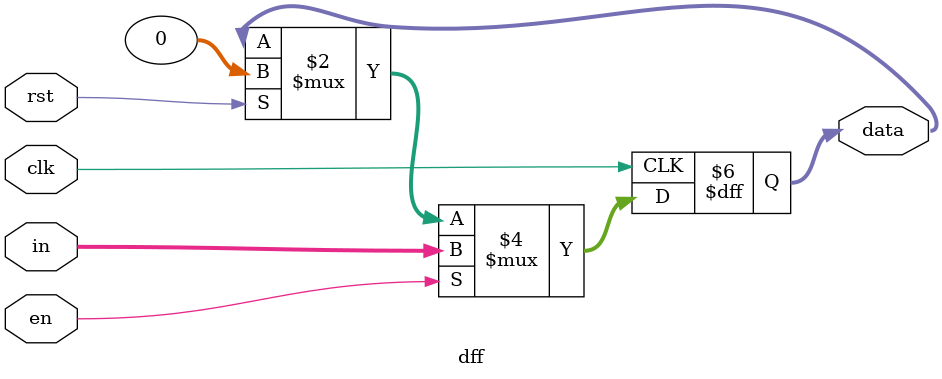
<source format=sv>
module loop1
  #(
    parameter W = 32
    )
   (
    input wire [W-1:0] ini,
    input wire [W-1:0] fin,
    output reg [W-1:0] data,
    input wire         clk,
    input wire         rst,
    input wire         start,
    input wire         en,
    output wire        next,
    output wire        last
   );

   reg              next0;
   reg              run;
   assign next = start | next0;
   assign last = (data==fin)&(run|start)&en;

   always @(posedge clk)begin
      next0 <= (run|start)&en&!last;
      if(rst)begin
         run <= 1'b0;
         data <= ini;
      end if (start|run)begin
         if(last)begin
            if(en)begin
               data <= ini;
               run <= 1'b0;
            end
         end else begin
            run <= 1'b1;
            if(en)begin
               data <= data+1;
            end
         end
      end
   end

endmodule

module dff
  #(
    parameter W = 32
    )
   (
    input wire [W-1:0] in,
    output reg [W-1:0] data,
    input wire         clk,
    input wire         rst,
    input wire         en
   );

   always @(posedge clk)begin
      if(rst)begin
         data <= 'h0;
      end if (en)begin
         data <= in;
      end
   end
endmodule

</source>
